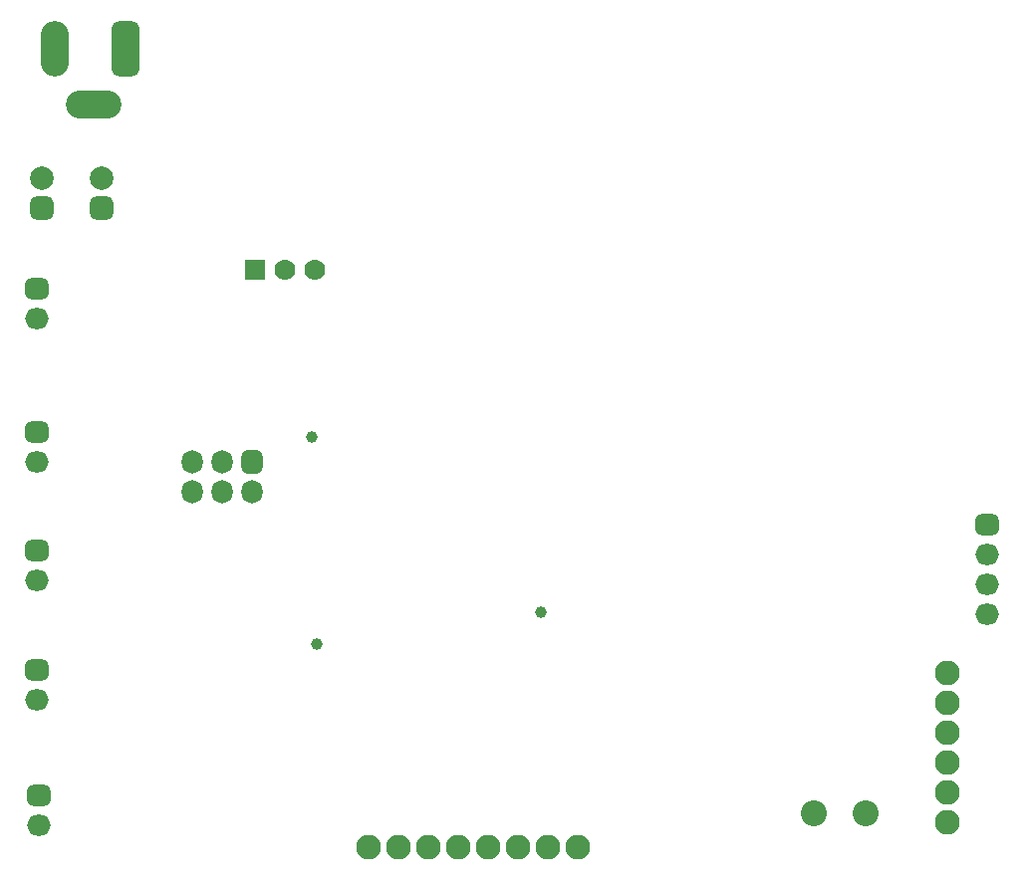
<source format=gbs>
G04*
G04 #@! TF.GenerationSoftware,Altium Limited,Altium Designer,22.6.1 (34)*
G04*
G04 Layer_Color=16711935*
%FSTAX25Y25*%
%MOIN*%
G70*
G04*
G04 #@! TF.SameCoordinates,070C6B67-E07D-408F-9274-D07C1108151A*
G04*
G04*
G04 #@! TF.FilePolarity,Negative*
G04*
G01*
G75*
%ADD61C,0.08677*%
G04:AMPARAMS|DCode=62|XSize=78.87mil|YSize=70.99mil|CornerRadius=19.75mil|HoleSize=0mil|Usage=FLASHONLY|Rotation=0.000|XOffset=0mil|YOffset=0mil|HoleType=Round|Shape=RoundedRectangle|*
%AMROUNDEDRECTD62*
21,1,0.07887,0.03150,0,0,0.0*
21,1,0.03937,0.07099,0,0,0.0*
1,1,0.03950,0.01968,-0.01575*
1,1,0.03950,-0.01968,-0.01575*
1,1,0.03950,-0.01968,0.01575*
1,1,0.03950,0.01968,0.01575*
%
%ADD62ROUNDEDRECTD62*%
%ADD63O,0.07887X0.07099*%
G04:AMPARAMS|DCode=64|XSize=78.87mil|YSize=78.87mil|CornerRadius=21.72mil|HoleSize=0mil|Usage=FLASHONLY|Rotation=180.000|XOffset=0mil|YOffset=0mil|HoleType=Round|Shape=RoundedRectangle|*
%AMROUNDEDRECTD64*
21,1,0.07887,0.03543,0,0,180.0*
21,1,0.03543,0.07887,0,0,180.0*
1,1,0.04343,-0.01772,0.01772*
1,1,0.04343,0.01772,0.01772*
1,1,0.04343,0.01772,-0.01772*
1,1,0.04343,-0.01772,-0.01772*
%
%ADD64ROUNDEDRECTD64*%
%ADD65C,0.07887*%
G04:AMPARAMS|DCode=66|XSize=94.61mil|YSize=185.17mil|CornerRadius=25.65mil|HoleSize=0mil|Usage=FLASHONLY|Rotation=0.000|XOffset=0mil|YOffset=0mil|HoleType=Round|Shape=RoundedRectangle|*
%AMROUNDEDRECTD66*
21,1,0.09461,0.13386,0,0,0.0*
21,1,0.04331,0.18517,0,0,0.0*
1,1,0.05131,0.02165,-0.06693*
1,1,0.05131,-0.02165,-0.06693*
1,1,0.05131,-0.02165,0.06693*
1,1,0.05131,0.02165,0.06693*
%
%ADD66ROUNDEDRECTD66*%
%ADD67O,0.18517X0.09461*%
%ADD68O,0.09461X0.18517*%
%ADD69C,0.08284*%
%ADD70O,0.07099X0.07887*%
G04:AMPARAMS|DCode=71|XSize=70.99mil|YSize=78.87mil|CornerRadius=19.75mil|HoleSize=0mil|Usage=FLASHONLY|Rotation=180.000|XOffset=0mil|YOffset=0mil|HoleType=Round|Shape=RoundedRectangle|*
%AMROUNDEDRECTD71*
21,1,0.07099,0.03937,0,0,180.0*
21,1,0.03150,0.07887,0,0,180.0*
1,1,0.03950,-0.01575,0.01968*
1,1,0.03950,0.01575,0.01968*
1,1,0.03950,0.01575,-0.01968*
1,1,0.03950,-0.01575,-0.01968*
%
%ADD71ROUNDEDRECTD71*%
%ADD72C,0.07000*%
%ADD73R,0.07000X0.07000*%
G04:AMPARAMS|DCode=74|XSize=70.99mil|YSize=78.87mil|CornerRadius=19.75mil|HoleSize=0mil|Usage=FLASHONLY|Rotation=270.000|XOffset=0mil|YOffset=0mil|HoleType=Round|Shape=RoundedRectangle|*
%AMROUNDEDRECTD74*
21,1,0.07099,0.03937,0,0,270.0*
21,1,0.03150,0.07887,0,0,270.0*
1,1,0.03950,-0.01968,-0.01575*
1,1,0.03950,-0.01968,0.01575*
1,1,0.03950,0.01968,0.01575*
1,1,0.03950,0.01968,-0.01575*
%
%ADD74ROUNDEDRECTD74*%
%ADD75O,0.07887X0.07099*%
%ADD76C,0.03950*%
D61*
X0473445Y0215D02*
D03*
X0490768D02*
D03*
D62*
X0214Y0221D02*
D03*
X02135Y0303D02*
D03*
Y03905D02*
D03*
Y03425D02*
D03*
Y0263D02*
D03*
D63*
X0214Y0211D02*
D03*
X02135Y0293D02*
D03*
Y03805D02*
D03*
Y03325D02*
D03*
Y0253D02*
D03*
D64*
X0235Y04175D02*
D03*
X0215D02*
D03*
D65*
X0235Y04275D02*
D03*
X0215D02*
D03*
D66*
X0243122Y0471D02*
D03*
D67*
X0232295Y0452299D02*
D03*
D68*
X02195Y0471D02*
D03*
D69*
X03945Y02035D02*
D03*
X03845D02*
D03*
X03745D02*
D03*
X03645D02*
D03*
X03545D02*
D03*
X03445D02*
D03*
X03345D02*
D03*
X03245D02*
D03*
X0518Y0262D02*
D03*
Y0252D02*
D03*
Y0242D02*
D03*
Y0232D02*
D03*
Y0222D02*
D03*
Y0212D02*
D03*
D70*
X02755Y0332693D02*
D03*
X02855Y0322693D02*
D03*
X02755D02*
D03*
X02655Y0332693D02*
D03*
Y0322693D02*
D03*
D71*
X02855Y0332693D02*
D03*
D72*
X03065Y0397D02*
D03*
X02965D02*
D03*
D73*
X02865D02*
D03*
D74*
X05315Y03115D02*
D03*
D75*
Y03015D02*
D03*
Y02915D02*
D03*
Y02815D02*
D03*
D76*
X03055Y0341D02*
D03*
X0382167Y0282167D02*
D03*
X0307Y02715D02*
D03*
M02*

</source>
